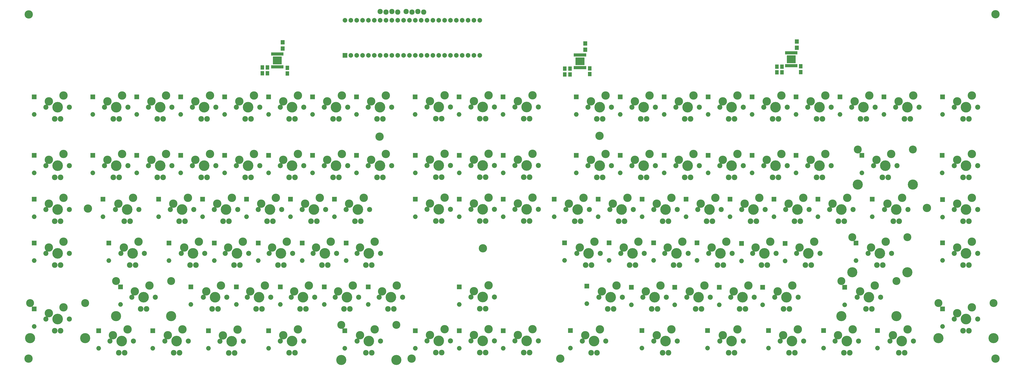
<source format=gbr>
G04 #@! TF.FileFunction,Soldermask,Bot*
%FSLAX46Y46*%
G04 Gerber Fmt 4.6, Leading zero omitted, Abs format (unit mm)*
G04 Created by KiCad (PCBNEW 4.0.5) date 10/20/18 10:38:25*
%MOMM*%
%LPD*%
G01*
G04 APERTURE LIST*
%ADD10C,0.100000*%
%ADD11C,3.600000*%
%ADD12R,1.650000X1.900000*%
%ADD13R,1.700000X1.900000*%
%ADD14R,2.000000X2.000000*%
%ADD15O,2.000000X2.000000*%
%ADD16C,2.000000*%
%ADD17C,2.432000*%
%ADD18C,3.625800*%
%ADD19C,4.600000*%
%ADD20C,2.200000*%
%ADD21R,0.850000X1.450000*%
%ADD22R,1.295000X1.870000*%
%ADD23C,3.448000*%
%ADD24C,4.387800*%
%ADD25C,2.279600*%
G04 APERTURE END LIST*
D10*
D11*
X408559000Y-107315000D03*
X44894500Y-107505500D03*
X266636500Y-75946000D03*
X216090500Y-124841000D03*
X171323000Y-76263500D03*
X249618500Y-172720000D03*
X185166000Y-172720000D03*
X19177000Y-172720000D03*
X438277000Y-172720000D03*
X438277000Y-23114000D03*
D12*
X262382000Y-46629000D03*
X262382000Y-49129000D03*
X251587000Y-46756000D03*
X251587000Y-49256000D03*
X253873000Y-46756000D03*
X253873000Y-49256000D03*
D13*
X260477000Y-38561000D03*
X260477000Y-35861000D03*
D14*
X186690000Y-59055000D03*
D15*
X186690000Y-66675000D03*
D14*
X186791600Y-84404200D03*
D15*
X186791600Y-92024200D03*
D14*
X205841600Y-84404200D03*
D15*
X205841600Y-92024200D03*
D14*
X224790000Y-59055000D03*
D15*
X224790000Y-66675000D03*
D14*
X224891600Y-84404200D03*
D15*
X224891600Y-92024200D03*
D14*
X186791600Y-103454200D03*
D15*
X186791600Y-111074200D03*
D14*
X186791600Y-160604200D03*
D15*
X186791600Y-168224200D03*
D14*
X205841600Y-160604200D03*
D15*
X205841600Y-168224200D03*
D14*
X205740000Y-59055000D03*
D15*
X205740000Y-66675000D03*
D14*
X205841600Y-103454200D03*
D15*
X205841600Y-111074200D03*
D14*
X205841600Y-141554200D03*
D15*
X205841600Y-149174200D03*
D14*
X224891600Y-103454200D03*
D15*
X224891600Y-111074200D03*
D14*
X224891600Y-160604200D03*
D15*
X224891600Y-168224200D03*
D16*
X196977000Y-41021000D03*
X199517000Y-41021000D03*
X202057000Y-41021000D03*
X204597000Y-41021000D03*
X194437000Y-41021000D03*
X191897000Y-41021000D03*
X189357000Y-41021000D03*
X207137000Y-41021000D03*
X209677000Y-41021000D03*
X212217000Y-41021000D03*
X214757000Y-41021000D03*
X214757000Y-25781000D03*
X212217000Y-25781000D03*
X209677000Y-25781000D03*
X207137000Y-25781000D03*
X204597000Y-25781000D03*
X202057000Y-25781000D03*
X199517000Y-25781000D03*
X196977000Y-25781000D03*
X186817000Y-41021000D03*
X184277000Y-41021000D03*
X181737000Y-41021000D03*
X179197000Y-41021000D03*
X176657000Y-41021000D03*
X174117000Y-41021000D03*
X171577000Y-41021000D03*
X169037000Y-41021000D03*
X166497000Y-41021000D03*
X163957000Y-41021000D03*
X161417000Y-41021000D03*
X158877000Y-41021000D03*
D14*
X156337000Y-41021000D03*
D16*
X194437000Y-25781000D03*
X191897000Y-25781000D03*
X189357000Y-25781000D03*
X186817000Y-25781000D03*
X184277000Y-25781000D03*
X181737000Y-25781000D03*
X179197000Y-25781000D03*
X176657000Y-25781000D03*
X174117000Y-25781000D03*
X171577000Y-25781000D03*
X169037000Y-25781000D03*
X166497000Y-25781000D03*
X163957000Y-25781000D03*
X161417000Y-25781000D03*
X158877000Y-25781000D03*
X156337000Y-25781000D03*
D17*
X195681600Y-68529200D03*
X198221600Y-68529200D03*
D18*
X193141600Y-60909200D03*
X199491600Y-58369200D03*
D19*
X196951600Y-63449200D03*
D20*
X202031600Y-63449200D03*
X191871600Y-63449200D03*
D17*
X195681600Y-93929200D03*
X198221600Y-93929200D03*
D18*
X193141600Y-86309200D03*
X199491600Y-83769200D03*
D19*
X196951600Y-88849200D03*
D20*
X202031600Y-88849200D03*
X191871600Y-88849200D03*
D17*
X214731600Y-93929200D03*
X217271600Y-93929200D03*
D18*
X212191600Y-86309200D03*
X218541600Y-83769200D03*
D19*
X216001600Y-88849200D03*
D20*
X221081600Y-88849200D03*
X210921600Y-88849200D03*
D17*
X233781600Y-68529200D03*
X236321600Y-68529200D03*
D18*
X231241600Y-60909200D03*
X237591600Y-58369200D03*
D19*
X235051600Y-63449200D03*
D20*
X240131600Y-63449200D03*
X229971600Y-63449200D03*
D17*
X233781600Y-93929200D03*
X236321600Y-93929200D03*
D18*
X231241600Y-86309200D03*
X237591600Y-83769200D03*
D19*
X235051600Y-88849200D03*
D20*
X240131600Y-88849200D03*
X229971600Y-88849200D03*
D17*
X195681600Y-112979200D03*
X198221600Y-112979200D03*
D18*
X193141600Y-105359200D03*
X199491600Y-102819200D03*
D19*
X196951600Y-107899200D03*
D20*
X202031600Y-107899200D03*
X191871600Y-107899200D03*
D17*
X195681600Y-170129200D03*
X198221600Y-170129200D03*
D18*
X193141600Y-162509200D03*
X199491600Y-159969200D03*
D19*
X196951600Y-165049200D03*
D20*
X202031600Y-165049200D03*
X191871600Y-165049200D03*
D17*
X214731600Y-170129200D03*
X217271600Y-170129200D03*
D18*
X212191600Y-162509200D03*
X218541600Y-159969200D03*
D19*
X216001600Y-165049200D03*
D20*
X221081600Y-165049200D03*
X210921600Y-165049200D03*
D17*
X214731600Y-68529200D03*
X217271600Y-68529200D03*
D18*
X212191600Y-60909200D03*
X218541600Y-58369200D03*
D19*
X216001600Y-63449200D03*
D20*
X221081600Y-63449200D03*
X210921600Y-63449200D03*
D17*
X214731600Y-112979200D03*
X217271600Y-112979200D03*
D18*
X212191600Y-105359200D03*
X218541600Y-102819200D03*
D19*
X216001600Y-107899200D03*
D20*
X221081600Y-107899200D03*
X210921600Y-107899200D03*
D17*
X214731600Y-151079200D03*
X217271600Y-151079200D03*
D18*
X212191600Y-143459200D03*
X218541600Y-140919200D03*
D19*
X216001600Y-145999200D03*
D20*
X221081600Y-145999200D03*
X210921600Y-145999200D03*
D17*
X233781600Y-112979200D03*
X236321600Y-112979200D03*
D18*
X231241600Y-105359200D03*
X237591600Y-102819200D03*
D19*
X235051600Y-107899200D03*
D20*
X240131600Y-107899200D03*
X229971600Y-107899200D03*
D17*
X233781600Y-170129200D03*
X236321600Y-170129200D03*
D18*
X231241600Y-162509200D03*
X237591600Y-159969200D03*
D19*
X235051600Y-165049200D03*
D20*
X240131600Y-165049200D03*
X229971600Y-165049200D03*
D12*
X131318000Y-46375000D03*
X131318000Y-48875000D03*
X122682000Y-46248000D03*
X122682000Y-48748000D03*
X120523000Y-46248000D03*
X120523000Y-48748000D03*
D14*
X21590000Y-59055000D03*
D15*
X21590000Y-66675000D03*
D14*
X21590000Y-84455000D03*
D15*
X21590000Y-92075000D03*
D14*
X21590000Y-103505000D03*
D15*
X21590000Y-111125000D03*
D14*
X21590000Y-122555000D03*
D15*
X21590000Y-130175000D03*
D14*
X21590000Y-151130000D03*
D15*
X21590000Y-158750000D03*
D14*
X53975000Y-122555000D03*
D15*
X53975000Y-130175000D03*
D14*
X59055000Y-141605000D03*
D15*
X59055000Y-149225000D03*
D14*
X46990000Y-59055000D03*
D15*
X46990000Y-66675000D03*
D14*
X46990000Y-84455000D03*
D15*
X46990000Y-92075000D03*
D14*
X51435000Y-103505000D03*
D15*
X51435000Y-111125000D03*
D14*
X49530000Y-160655000D03*
D15*
X49530000Y-168275000D03*
D14*
X66040000Y-59055000D03*
D15*
X66040000Y-66675000D03*
D14*
X66040000Y-84455000D03*
D15*
X66040000Y-92075000D03*
D14*
X80010000Y-122555000D03*
D15*
X80010000Y-130175000D03*
D14*
X89535000Y-141605000D03*
D15*
X89535000Y-149225000D03*
D14*
X73025000Y-160655000D03*
D15*
X73025000Y-168275000D03*
D14*
X85090000Y-59055000D03*
D15*
X85090000Y-66675000D03*
D14*
X85090000Y-84455000D03*
D15*
X85090000Y-92075000D03*
D14*
X75565000Y-103505000D03*
D15*
X75565000Y-111125000D03*
D14*
X97155000Y-160655000D03*
D15*
X97155000Y-168275000D03*
D14*
X104140000Y-59055000D03*
D15*
X104140000Y-66675000D03*
D14*
X104140000Y-84455000D03*
D15*
X104140000Y-92075000D03*
D14*
X94615000Y-103505000D03*
D15*
X94615000Y-111125000D03*
D14*
X99695000Y-122555000D03*
D15*
X99695000Y-130175000D03*
D14*
X109220000Y-141605000D03*
D15*
X109220000Y-149225000D03*
D14*
X123190000Y-59055000D03*
D15*
X123190000Y-66675000D03*
D14*
X123190000Y-84455000D03*
D15*
X123190000Y-92075000D03*
D14*
X113665000Y-103505000D03*
D15*
X113665000Y-111125000D03*
D14*
X118745000Y-122555000D03*
D15*
X118745000Y-130175000D03*
D14*
X128270000Y-141605000D03*
D15*
X128270000Y-149225000D03*
D14*
X123190000Y-160655000D03*
D15*
X123190000Y-168275000D03*
D14*
X142240000Y-84455000D03*
D15*
X142240000Y-92075000D03*
D14*
X142240000Y-59055000D03*
D15*
X142240000Y-66675000D03*
D14*
X132715000Y-103505000D03*
D15*
X132715000Y-111125000D03*
D14*
X137795000Y-122555000D03*
D15*
X137795000Y-130175000D03*
D14*
X147320000Y-141605000D03*
D15*
X147320000Y-149225000D03*
D14*
X161290000Y-59055000D03*
D15*
X161290000Y-66675000D03*
D14*
X161290000Y-84455000D03*
D15*
X161290000Y-92075000D03*
D14*
X151765000Y-103505000D03*
D15*
X151765000Y-111125000D03*
D14*
X156845000Y-122555000D03*
D15*
X156845000Y-130175000D03*
D14*
X166370000Y-141605000D03*
D15*
X166370000Y-149225000D03*
D14*
X156210000Y-160655000D03*
D15*
X156210000Y-168275000D03*
D13*
X129286000Y-38053000D03*
X129286000Y-35353000D03*
D17*
X30480000Y-68580000D03*
X33020000Y-68580000D03*
D18*
X27940000Y-60960000D03*
X34290000Y-58420000D03*
D19*
X31750000Y-63500000D03*
D20*
X36830000Y-63500000D03*
X26670000Y-63500000D03*
D17*
X30480000Y-93980000D03*
X33020000Y-93980000D03*
D18*
X27940000Y-86360000D03*
X34290000Y-83820000D03*
D19*
X31750000Y-88900000D03*
D20*
X36830000Y-88900000D03*
X26670000Y-88900000D03*
D17*
X30480000Y-113030000D03*
X33020000Y-113030000D03*
D18*
X27940000Y-105410000D03*
X34290000Y-102870000D03*
D19*
X31750000Y-107950000D03*
D20*
X36830000Y-107950000D03*
X26670000Y-107950000D03*
D17*
X30480000Y-132080000D03*
X33020000Y-132080000D03*
D18*
X27940000Y-124460000D03*
X34290000Y-121920000D03*
D19*
X31750000Y-127000000D03*
D20*
X36830000Y-127000000D03*
X26670000Y-127000000D03*
D17*
X63023750Y-132080000D03*
X65563750Y-132080000D03*
D18*
X60483750Y-124460000D03*
X66833750Y-121920000D03*
D19*
X64293750Y-127000000D03*
D20*
X69373750Y-127000000D03*
X59213750Y-127000000D03*
D17*
X55880000Y-68580000D03*
X58420000Y-68580000D03*
D18*
X53340000Y-60960000D03*
X59690000Y-58420000D03*
D19*
X57150000Y-63500000D03*
D20*
X62230000Y-63500000D03*
X52070000Y-63500000D03*
D17*
X55880000Y-93980000D03*
X58420000Y-93980000D03*
D18*
X53340000Y-86360000D03*
X59690000Y-83820000D03*
D19*
X57150000Y-88900000D03*
D20*
X62230000Y-88900000D03*
X52070000Y-88900000D03*
D17*
X60642500Y-113030000D03*
X63182500Y-113030000D03*
D18*
X58102500Y-105410000D03*
X64452500Y-102870000D03*
D19*
X61912500Y-107950000D03*
D20*
X66992500Y-107950000D03*
X56832500Y-107950000D03*
D17*
X58261250Y-170180000D03*
X60801250Y-170180000D03*
D18*
X55721250Y-162560000D03*
X62071250Y-160020000D03*
D19*
X59531250Y-165100000D03*
D20*
X64611250Y-165100000D03*
X54451250Y-165100000D03*
D17*
X74930000Y-68580000D03*
X77470000Y-68580000D03*
D18*
X72390000Y-60960000D03*
X78740000Y-58420000D03*
D19*
X76200000Y-63500000D03*
D20*
X81280000Y-63500000D03*
X71120000Y-63500000D03*
D17*
X74930000Y-93980000D03*
X77470000Y-93980000D03*
D18*
X72390000Y-86360000D03*
X78740000Y-83820000D03*
D19*
X76200000Y-88900000D03*
D20*
X81280000Y-88900000D03*
X71120000Y-88900000D03*
D17*
X89217500Y-132080000D03*
X91757500Y-132080000D03*
D18*
X86677500Y-124460000D03*
X93027500Y-121920000D03*
D19*
X90487500Y-127000000D03*
D20*
X95567500Y-127000000D03*
X85407500Y-127000000D03*
D17*
X98742500Y-151130000D03*
X101282500Y-151130000D03*
D18*
X96202500Y-143510000D03*
X102552500Y-140970000D03*
D19*
X100012500Y-146050000D03*
D20*
X105092500Y-146050000D03*
X94932500Y-146050000D03*
D17*
X82073750Y-170180000D03*
X84613750Y-170180000D03*
D18*
X79533750Y-162560000D03*
X85883750Y-160020000D03*
D19*
X83343750Y-165100000D03*
D20*
X88423750Y-165100000D03*
X78263750Y-165100000D03*
D17*
X93980000Y-68580000D03*
X96520000Y-68580000D03*
D18*
X91440000Y-60960000D03*
X97790000Y-58420000D03*
D19*
X95250000Y-63500000D03*
D20*
X100330000Y-63500000D03*
X90170000Y-63500000D03*
D17*
X93980000Y-93980000D03*
X96520000Y-93980000D03*
D18*
X91440000Y-86360000D03*
X97790000Y-83820000D03*
D19*
X95250000Y-88900000D03*
D20*
X100330000Y-88900000D03*
X90170000Y-88900000D03*
D17*
X84455000Y-113030000D03*
X86995000Y-113030000D03*
D18*
X81915000Y-105410000D03*
X88265000Y-102870000D03*
D19*
X85725000Y-107950000D03*
D20*
X90805000Y-107950000D03*
X80645000Y-107950000D03*
D17*
X105918000Y-170307000D03*
X108458000Y-170307000D03*
D18*
X103378000Y-162687000D03*
X109728000Y-160147000D03*
D19*
X107188000Y-165227000D03*
D20*
X112268000Y-165227000D03*
X102108000Y-165227000D03*
D17*
X113030000Y-68580000D03*
X115570000Y-68580000D03*
D18*
X110490000Y-60960000D03*
X116840000Y-58420000D03*
D19*
X114300000Y-63500000D03*
D20*
X119380000Y-63500000D03*
X109220000Y-63500000D03*
D17*
X113030000Y-93980000D03*
X115570000Y-93980000D03*
D18*
X110490000Y-86360000D03*
X116840000Y-83820000D03*
D19*
X114300000Y-88900000D03*
D20*
X119380000Y-88900000D03*
X109220000Y-88900000D03*
D17*
X103505000Y-113030000D03*
X106045000Y-113030000D03*
D18*
X100965000Y-105410000D03*
X107315000Y-102870000D03*
D19*
X104775000Y-107950000D03*
D20*
X109855000Y-107950000D03*
X99695000Y-107950000D03*
D17*
X108267500Y-132080000D03*
X110807500Y-132080000D03*
D18*
X105727500Y-124460000D03*
X112077500Y-121920000D03*
D19*
X109537500Y-127000000D03*
D20*
X114617500Y-127000000D03*
X104457500Y-127000000D03*
D17*
X117792500Y-151130000D03*
X120332500Y-151130000D03*
D18*
X115252500Y-143510000D03*
X121602500Y-140970000D03*
D19*
X119062500Y-146050000D03*
D20*
X124142500Y-146050000D03*
X113982500Y-146050000D03*
D17*
X132080000Y-68580000D03*
X134620000Y-68580000D03*
D18*
X129540000Y-60960000D03*
X135890000Y-58420000D03*
D19*
X133350000Y-63500000D03*
D20*
X138430000Y-63500000D03*
X128270000Y-63500000D03*
D17*
X132080000Y-93980000D03*
X134620000Y-93980000D03*
D18*
X129540000Y-86360000D03*
X135890000Y-83820000D03*
D19*
X133350000Y-88900000D03*
D20*
X138430000Y-88900000D03*
X128270000Y-88900000D03*
D17*
X122555000Y-113030000D03*
X125095000Y-113030000D03*
D18*
X120015000Y-105410000D03*
X126365000Y-102870000D03*
D19*
X123825000Y-107950000D03*
D20*
X128905000Y-107950000D03*
X118745000Y-107950000D03*
D17*
X127317500Y-132080000D03*
X129857500Y-132080000D03*
D18*
X124777500Y-124460000D03*
X131127500Y-121920000D03*
D19*
X128587500Y-127000000D03*
D20*
X133667500Y-127000000D03*
X123507500Y-127000000D03*
D17*
X136842500Y-151130000D03*
X139382500Y-151130000D03*
D18*
X134302500Y-143510000D03*
X140652500Y-140970000D03*
D19*
X138112500Y-146050000D03*
D20*
X143192500Y-146050000D03*
X133032500Y-146050000D03*
D17*
X132080000Y-170180000D03*
X134620000Y-170180000D03*
D18*
X129540000Y-162560000D03*
X135890000Y-160020000D03*
D19*
X133350000Y-165100000D03*
D20*
X138430000Y-165100000D03*
X128270000Y-165100000D03*
D17*
X151130000Y-93980000D03*
X153670000Y-93980000D03*
D18*
X148590000Y-86360000D03*
X154940000Y-83820000D03*
D19*
X152400000Y-88900000D03*
D20*
X157480000Y-88900000D03*
X147320000Y-88900000D03*
D17*
X151130000Y-68580000D03*
X153670000Y-68580000D03*
D18*
X148590000Y-60960000D03*
X154940000Y-58420000D03*
D19*
X152400000Y-63500000D03*
D20*
X157480000Y-63500000D03*
X147320000Y-63500000D03*
D17*
X141605000Y-113030000D03*
X144145000Y-113030000D03*
D18*
X139065000Y-105410000D03*
X145415000Y-102870000D03*
D19*
X142875000Y-107950000D03*
D20*
X147955000Y-107950000D03*
X137795000Y-107950000D03*
D17*
X146367500Y-132080000D03*
X148907500Y-132080000D03*
D18*
X143827500Y-124460000D03*
X150177500Y-121920000D03*
D19*
X147637500Y-127000000D03*
D20*
X152717500Y-127000000D03*
X142557500Y-127000000D03*
D17*
X155892500Y-151130000D03*
X158432500Y-151130000D03*
D18*
X153352500Y-143510000D03*
X159702500Y-140970000D03*
D19*
X157162500Y-146050000D03*
D20*
X162242500Y-146050000D03*
X152082500Y-146050000D03*
D17*
X170180000Y-68580000D03*
X172720000Y-68580000D03*
D18*
X167640000Y-60960000D03*
X173990000Y-58420000D03*
D19*
X171450000Y-63500000D03*
D20*
X176530000Y-63500000D03*
X166370000Y-63500000D03*
D17*
X170180000Y-93980000D03*
X172720000Y-93980000D03*
D18*
X167640000Y-86360000D03*
X173990000Y-83820000D03*
D19*
X171450000Y-88900000D03*
D20*
X176530000Y-88900000D03*
X166370000Y-88900000D03*
D17*
X160655000Y-113030000D03*
X163195000Y-113030000D03*
D18*
X158115000Y-105410000D03*
X164465000Y-102870000D03*
D19*
X161925000Y-107950000D03*
D20*
X167005000Y-107950000D03*
X156845000Y-107950000D03*
D17*
X165417500Y-132080000D03*
X167957500Y-132080000D03*
D18*
X162877500Y-124460000D03*
X169227500Y-121920000D03*
D19*
X166687500Y-127000000D03*
D20*
X171767500Y-127000000D03*
X161607500Y-127000000D03*
D17*
X174942500Y-151130000D03*
X177482500Y-151130000D03*
D18*
X172402500Y-143510000D03*
X178752500Y-140970000D03*
D19*
X176212500Y-146050000D03*
D20*
X181292500Y-146050000D03*
X171132500Y-146050000D03*
D21*
X255916000Y-40786000D03*
X256566000Y-40786000D03*
X257216000Y-40786000D03*
X257866000Y-40786000D03*
X258516000Y-40786000D03*
X259166000Y-40786000D03*
X259816000Y-40786000D03*
X260466000Y-40786000D03*
X260466000Y-46336000D03*
X259816000Y-46336000D03*
X259166000Y-46336000D03*
X258516000Y-46336000D03*
X257866000Y-46336000D03*
X257216000Y-46336000D03*
X256566000Y-46336000D03*
X255916000Y-46336000D03*
D22*
X259533500Y-44296000D03*
X258638500Y-44296000D03*
X257743500Y-44296000D03*
X256848500Y-44296000D03*
X259533500Y-42826000D03*
X258638500Y-42826000D03*
X257743500Y-42826000D03*
X256848500Y-42826000D03*
D21*
X124725000Y-40405000D03*
X125375000Y-40405000D03*
X126025000Y-40405000D03*
X126675000Y-40405000D03*
X127325000Y-40405000D03*
X127975000Y-40405000D03*
X128625000Y-40405000D03*
X129275000Y-40405000D03*
X129275000Y-45955000D03*
X128625000Y-45955000D03*
X127975000Y-45955000D03*
X127325000Y-45955000D03*
X126675000Y-45955000D03*
X126025000Y-45955000D03*
X125375000Y-45955000D03*
X124725000Y-45955000D03*
D22*
X128342500Y-43915000D03*
X127447500Y-43915000D03*
X126552500Y-43915000D03*
X125657500Y-43915000D03*
X128342500Y-42445000D03*
X127447500Y-42445000D03*
X126552500Y-42445000D03*
X125657500Y-42445000D03*
D12*
X353822000Y-45740000D03*
X353822000Y-48240000D03*
X345694000Y-45867000D03*
X345694000Y-48367000D03*
X343535000Y-45867000D03*
X343535000Y-48367000D03*
D14*
X256540000Y-59055000D03*
D15*
X256540000Y-66675000D03*
D14*
X256540000Y-84455000D03*
D15*
X256540000Y-92075000D03*
D14*
X247015000Y-103505000D03*
D15*
X247015000Y-111125000D03*
D14*
X251460000Y-122428000D03*
D15*
X251460000Y-130048000D03*
D14*
X261112000Y-141224000D03*
D15*
X261112000Y-148844000D03*
D14*
X254000000Y-160528000D03*
D15*
X254000000Y-168148000D03*
D14*
X275590000Y-59055000D03*
D15*
X275590000Y-66675000D03*
D14*
X275590000Y-84455000D03*
D15*
X275590000Y-92075000D03*
D14*
X266065000Y-103505000D03*
D15*
X266065000Y-111125000D03*
D14*
X270764000Y-122428000D03*
D15*
X270764000Y-130048000D03*
D14*
X280416000Y-141732000D03*
D15*
X280416000Y-149352000D03*
D14*
X294640000Y-59055000D03*
D15*
X294640000Y-66675000D03*
D14*
X294640000Y-84455000D03*
D15*
X294640000Y-92075000D03*
D14*
X285115000Y-103505000D03*
D15*
X285115000Y-111125000D03*
D14*
X290068000Y-122428000D03*
D15*
X290068000Y-130048000D03*
D14*
X299212000Y-141732000D03*
D15*
X299212000Y-149352000D03*
D14*
X284988000Y-160528000D03*
D15*
X284988000Y-168148000D03*
D14*
X313436000Y-160528000D03*
D15*
X313436000Y-168148000D03*
D14*
X313690000Y-59055000D03*
D15*
X313690000Y-66675000D03*
D14*
X313690000Y-84455000D03*
D15*
X313690000Y-92075000D03*
D14*
X304165000Y-103505000D03*
D15*
X304165000Y-111125000D03*
D14*
X308864000Y-122428000D03*
D15*
X308864000Y-130048000D03*
D14*
X318516000Y-141732000D03*
D15*
X318516000Y-149352000D03*
D14*
X332740000Y-59055000D03*
D15*
X332740000Y-66675000D03*
D14*
X332740000Y-84455000D03*
D15*
X332740000Y-92075000D03*
D14*
X323215000Y-103505000D03*
D15*
X323215000Y-111125000D03*
D14*
X328168000Y-122682000D03*
D15*
X328168000Y-130302000D03*
D14*
X337312000Y-141732000D03*
D15*
X337312000Y-149352000D03*
D14*
X339852000Y-160528000D03*
D15*
X339852000Y-168148000D03*
D14*
X351790000Y-59055000D03*
D15*
X351790000Y-66675000D03*
D14*
X351790000Y-84455000D03*
D15*
X351790000Y-92075000D03*
D14*
X342265000Y-103505000D03*
D15*
X342265000Y-111125000D03*
D14*
X347091000Y-122682000D03*
D15*
X347091000Y-130302000D03*
D14*
X372872000Y-141732000D03*
D15*
X372872000Y-149352000D03*
D14*
X370840000Y-59055000D03*
D15*
X370840000Y-66675000D03*
D14*
X361315000Y-103505000D03*
D15*
X361315000Y-111125000D03*
D14*
X363728000Y-160528000D03*
D15*
X363728000Y-168148000D03*
D14*
X389890000Y-59055000D03*
D15*
X389890000Y-66675000D03*
D14*
X380365000Y-84455000D03*
D15*
X380365000Y-92075000D03*
D14*
X384810000Y-103505000D03*
D15*
X384810000Y-111125000D03*
D14*
X377825000Y-122555000D03*
D15*
X377825000Y-130175000D03*
D14*
X387096000Y-160528000D03*
D15*
X387096000Y-168148000D03*
D14*
X415290000Y-122428000D03*
D15*
X415290000Y-130048000D03*
D14*
X415290000Y-151130000D03*
D15*
X415290000Y-158750000D03*
D14*
X415290000Y-59055000D03*
D15*
X415290000Y-66675000D03*
D14*
X415163000Y-84455000D03*
D15*
X415163000Y-92075000D03*
D14*
X415290000Y-103632000D03*
D15*
X415290000Y-111252000D03*
D13*
X352171000Y-37672000D03*
X352171000Y-34972000D03*
D17*
X265430000Y-68580000D03*
X267970000Y-68580000D03*
D18*
X262890000Y-60960000D03*
X269240000Y-58420000D03*
D19*
X266700000Y-63500000D03*
D20*
X271780000Y-63500000D03*
X261620000Y-63500000D03*
D17*
X265430000Y-93980000D03*
X267970000Y-93980000D03*
D18*
X262890000Y-86360000D03*
X269240000Y-83820000D03*
D19*
X266700000Y-88900000D03*
D20*
X271780000Y-88900000D03*
X261620000Y-88900000D03*
D17*
X255905000Y-113030000D03*
X258445000Y-113030000D03*
D18*
X253365000Y-105410000D03*
X259715000Y-102870000D03*
D19*
X257175000Y-107950000D03*
D20*
X262255000Y-107950000D03*
X252095000Y-107950000D03*
D17*
X260667500Y-132080000D03*
X263207500Y-132080000D03*
D18*
X258127500Y-124460000D03*
X264477500Y-121920000D03*
D19*
X261937500Y-127000000D03*
D20*
X267017500Y-127000000D03*
X256857500Y-127000000D03*
D17*
X270192500Y-151130000D03*
X272732500Y-151130000D03*
D18*
X267652500Y-143510000D03*
X274002500Y-140970000D03*
D19*
X271462500Y-146050000D03*
D20*
X276542500Y-146050000D03*
X266382500Y-146050000D03*
D17*
X263048750Y-170180000D03*
X265588750Y-170180000D03*
D18*
X260508750Y-162560000D03*
X266858750Y-160020000D03*
D19*
X264318750Y-165100000D03*
D20*
X269398750Y-165100000D03*
X259238750Y-165100000D03*
D17*
X284480000Y-68580000D03*
X287020000Y-68580000D03*
D18*
X281940000Y-60960000D03*
X288290000Y-58420000D03*
D19*
X285750000Y-63500000D03*
D20*
X290830000Y-63500000D03*
X280670000Y-63500000D03*
D17*
X284480000Y-93980000D03*
X287020000Y-93980000D03*
D18*
X281940000Y-86360000D03*
X288290000Y-83820000D03*
D19*
X285750000Y-88900000D03*
D20*
X290830000Y-88900000D03*
X280670000Y-88900000D03*
D17*
X274955000Y-113030000D03*
X277495000Y-113030000D03*
D18*
X272415000Y-105410000D03*
X278765000Y-102870000D03*
D19*
X276225000Y-107950000D03*
D20*
X281305000Y-107950000D03*
X271145000Y-107950000D03*
D17*
X279717500Y-132080000D03*
X282257500Y-132080000D03*
D18*
X277177500Y-124460000D03*
X283527500Y-121920000D03*
D19*
X280987500Y-127000000D03*
D20*
X286067500Y-127000000D03*
X275907500Y-127000000D03*
D17*
X289242500Y-151130000D03*
X291782500Y-151130000D03*
D18*
X286702500Y-143510000D03*
X293052500Y-140970000D03*
D19*
X290512500Y-146050000D03*
D20*
X295592500Y-146050000D03*
X285432500Y-146050000D03*
D17*
X303530000Y-68580000D03*
X306070000Y-68580000D03*
D18*
X300990000Y-60960000D03*
X307340000Y-58420000D03*
D19*
X304800000Y-63500000D03*
D20*
X309880000Y-63500000D03*
X299720000Y-63500000D03*
D17*
X303530000Y-93980000D03*
X306070000Y-93980000D03*
D18*
X300990000Y-86360000D03*
X307340000Y-83820000D03*
D19*
X304800000Y-88900000D03*
D20*
X309880000Y-88900000D03*
X299720000Y-88900000D03*
D17*
X294005000Y-113030000D03*
X296545000Y-113030000D03*
D18*
X291465000Y-105410000D03*
X297815000Y-102870000D03*
D19*
X295275000Y-107950000D03*
D20*
X300355000Y-107950000D03*
X290195000Y-107950000D03*
D17*
X298767500Y-132080000D03*
X301307500Y-132080000D03*
D18*
X296227500Y-124460000D03*
X302577500Y-121920000D03*
D19*
X300037500Y-127000000D03*
D20*
X305117500Y-127000000D03*
X294957500Y-127000000D03*
D17*
X308292500Y-151130000D03*
X310832500Y-151130000D03*
D18*
X305752500Y-143510000D03*
X312102500Y-140970000D03*
D19*
X309562500Y-146050000D03*
D20*
X314642500Y-146050000D03*
X304482500Y-146050000D03*
D17*
X294005000Y-170180000D03*
X296545000Y-170180000D03*
D18*
X291465000Y-162560000D03*
X297815000Y-160020000D03*
D19*
X295275000Y-165100000D03*
D20*
X300355000Y-165100000D03*
X290195000Y-165100000D03*
D17*
X322580000Y-170180000D03*
X325120000Y-170180000D03*
D18*
X320040000Y-162560000D03*
X326390000Y-160020000D03*
D19*
X323850000Y-165100000D03*
D20*
X328930000Y-165100000D03*
X318770000Y-165100000D03*
D17*
X322580000Y-68580000D03*
X325120000Y-68580000D03*
D18*
X320040000Y-60960000D03*
X326390000Y-58420000D03*
D19*
X323850000Y-63500000D03*
D20*
X328930000Y-63500000D03*
X318770000Y-63500000D03*
D17*
X322580000Y-93980000D03*
X325120000Y-93980000D03*
D18*
X320040000Y-86360000D03*
X326390000Y-83820000D03*
D19*
X323850000Y-88900000D03*
D20*
X328930000Y-88900000D03*
X318770000Y-88900000D03*
D17*
X313055000Y-113030000D03*
X315595000Y-113030000D03*
D18*
X310515000Y-105410000D03*
X316865000Y-102870000D03*
D19*
X314325000Y-107950000D03*
D20*
X319405000Y-107950000D03*
X309245000Y-107950000D03*
D17*
X317817500Y-132080000D03*
X320357500Y-132080000D03*
D18*
X315277500Y-124460000D03*
X321627500Y-121920000D03*
D19*
X319087500Y-127000000D03*
D20*
X324167500Y-127000000D03*
X314007500Y-127000000D03*
D17*
X327342500Y-151130000D03*
X329882500Y-151130000D03*
D18*
X324802500Y-143510000D03*
X331152500Y-140970000D03*
D19*
X328612500Y-146050000D03*
D20*
X333692500Y-146050000D03*
X323532500Y-146050000D03*
D17*
X341630000Y-68580000D03*
X344170000Y-68580000D03*
D18*
X339090000Y-60960000D03*
X345440000Y-58420000D03*
D19*
X342900000Y-63500000D03*
D20*
X347980000Y-63500000D03*
X337820000Y-63500000D03*
D17*
X341630000Y-93980000D03*
X344170000Y-93980000D03*
D18*
X339090000Y-86360000D03*
X345440000Y-83820000D03*
D19*
X342900000Y-88900000D03*
D20*
X347980000Y-88900000D03*
X337820000Y-88900000D03*
D17*
X332105000Y-113030000D03*
X334645000Y-113030000D03*
D18*
X329565000Y-105410000D03*
X335915000Y-102870000D03*
D19*
X333375000Y-107950000D03*
D20*
X338455000Y-107950000D03*
X328295000Y-107950000D03*
D17*
X336867500Y-132080000D03*
X339407500Y-132080000D03*
D18*
X334327500Y-124460000D03*
X340677500Y-121920000D03*
D19*
X338137500Y-127000000D03*
D20*
X343217500Y-127000000D03*
X333057500Y-127000000D03*
D17*
X346392500Y-151130000D03*
X348932500Y-151130000D03*
D18*
X343852500Y-143510000D03*
X350202500Y-140970000D03*
D19*
X347662500Y-146050000D03*
D20*
X352742500Y-146050000D03*
X342582500Y-146050000D03*
D17*
X348773750Y-170180000D03*
X351313750Y-170180000D03*
D18*
X346233750Y-162560000D03*
X352583750Y-160020000D03*
D19*
X350043750Y-165100000D03*
D20*
X355123750Y-165100000D03*
X344963750Y-165100000D03*
D17*
X360680000Y-68580000D03*
X363220000Y-68580000D03*
D18*
X358140000Y-60960000D03*
X364490000Y-58420000D03*
D19*
X361950000Y-63500000D03*
D20*
X367030000Y-63500000D03*
X356870000Y-63500000D03*
D17*
X360680000Y-93980000D03*
X363220000Y-93980000D03*
D18*
X358140000Y-86360000D03*
X364490000Y-83820000D03*
D19*
X361950000Y-88900000D03*
D20*
X367030000Y-88900000D03*
X356870000Y-88900000D03*
D17*
X351155000Y-113030000D03*
X353695000Y-113030000D03*
D18*
X348615000Y-105410000D03*
X354965000Y-102870000D03*
D19*
X352425000Y-107950000D03*
D20*
X357505000Y-107950000D03*
X347345000Y-107950000D03*
D17*
X355917500Y-132080000D03*
X358457500Y-132080000D03*
D18*
X353377500Y-124460000D03*
X359727500Y-121920000D03*
D19*
X357187500Y-127000000D03*
D20*
X362267500Y-127000000D03*
X352107500Y-127000000D03*
D17*
X379730000Y-68580000D03*
X382270000Y-68580000D03*
D18*
X377190000Y-60960000D03*
X383540000Y-58420000D03*
D19*
X381000000Y-63500000D03*
D20*
X386080000Y-63500000D03*
X375920000Y-63500000D03*
D17*
X370205000Y-113030000D03*
X372745000Y-113030000D03*
D18*
X367665000Y-105410000D03*
X374015000Y-102870000D03*
D19*
X371475000Y-107950000D03*
D20*
X376555000Y-107950000D03*
X366395000Y-107950000D03*
D17*
X372586250Y-170180000D03*
X375126250Y-170180000D03*
D18*
X370046250Y-162560000D03*
X376396250Y-160020000D03*
D19*
X373856250Y-165100000D03*
D20*
X378936250Y-165100000D03*
X368776250Y-165100000D03*
D17*
X398780000Y-68580000D03*
X401320000Y-68580000D03*
D18*
X396240000Y-60960000D03*
X402590000Y-58420000D03*
D19*
X400050000Y-63500000D03*
D20*
X405130000Y-63500000D03*
X394970000Y-63500000D03*
D17*
X394017500Y-113030000D03*
X396557500Y-113030000D03*
D18*
X391477500Y-105410000D03*
X397827500Y-102870000D03*
D19*
X395287500Y-107950000D03*
D20*
X400367500Y-107950000D03*
X390207500Y-107950000D03*
D17*
X396398750Y-170180000D03*
X398938750Y-170180000D03*
D18*
X393858750Y-162560000D03*
X400208750Y-160020000D03*
D19*
X397668750Y-165100000D03*
D20*
X402748750Y-165100000D03*
X392588750Y-165100000D03*
D17*
X424180000Y-132080000D03*
X426720000Y-132080000D03*
D18*
X421640000Y-124460000D03*
X427990000Y-121920000D03*
D19*
X425450000Y-127000000D03*
D20*
X430530000Y-127000000D03*
X420370000Y-127000000D03*
D17*
X424180000Y-68580000D03*
X426720000Y-68580000D03*
D18*
X421640000Y-60960000D03*
X427990000Y-58420000D03*
D19*
X425450000Y-63500000D03*
D20*
X430530000Y-63500000D03*
X420370000Y-63500000D03*
D17*
X424180000Y-93980000D03*
X426720000Y-93980000D03*
D18*
X421640000Y-86360000D03*
X427990000Y-83820000D03*
D19*
X425450000Y-88900000D03*
D20*
X430530000Y-88900000D03*
X420370000Y-88900000D03*
D17*
X424180000Y-113030000D03*
X426720000Y-113030000D03*
D18*
X421640000Y-105410000D03*
X427990000Y-102870000D03*
D19*
X425450000Y-107950000D03*
D20*
X430530000Y-107950000D03*
X420370000Y-107950000D03*
D21*
X347483000Y-39897000D03*
X348133000Y-39897000D03*
X348783000Y-39897000D03*
X349433000Y-39897000D03*
X350083000Y-39897000D03*
X350733000Y-39897000D03*
X351383000Y-39897000D03*
X352033000Y-39897000D03*
X352033000Y-45447000D03*
X351383000Y-45447000D03*
X350733000Y-45447000D03*
X350083000Y-45447000D03*
X349433000Y-45447000D03*
X348783000Y-45447000D03*
X348133000Y-45447000D03*
X347483000Y-45447000D03*
D22*
X351100500Y-43407000D03*
X350205500Y-43407000D03*
X349310500Y-43407000D03*
X348415500Y-43407000D03*
X351100500Y-41937000D03*
X350205500Y-41937000D03*
X349310500Y-41937000D03*
X348415500Y-41937000D03*
D17*
X30480000Y-160655000D03*
X33020000Y-160655000D03*
D18*
X27940000Y-153035000D03*
X34290000Y-150495000D03*
D19*
X31750000Y-155575000D03*
D20*
X36830000Y-155575000D03*
X26670000Y-155575000D03*
D23*
X19812000Y-148590000D03*
D24*
X19812000Y-163830000D03*
X43688000Y-163830000D03*
D23*
X43688000Y-148590000D03*
D17*
X67786250Y-151130000D03*
X70326250Y-151130000D03*
D18*
X65246250Y-143510000D03*
X71596250Y-140970000D03*
D19*
X69056250Y-146050000D03*
D20*
X74136250Y-146050000D03*
X63976250Y-146050000D03*
D23*
X57118250Y-139065000D03*
D24*
X57118250Y-154305000D03*
X80994250Y-154305000D03*
D23*
X80994250Y-139065000D03*
D17*
X165417500Y-170180000D03*
X167957500Y-170180000D03*
D18*
X162877500Y-162560000D03*
X169227500Y-160020000D03*
D19*
X166687500Y-165100000D03*
D20*
X171767500Y-165100000D03*
X161607500Y-165100000D03*
D23*
X154749500Y-158115000D03*
D24*
X154749500Y-173355000D03*
X178625500Y-173355000D03*
D23*
X178625500Y-158115000D03*
D17*
X382111250Y-151130000D03*
X384651250Y-151130000D03*
D18*
X379571250Y-143510000D03*
X385921250Y-140970000D03*
D19*
X383381250Y-146050000D03*
D20*
X388461250Y-146050000D03*
X378301250Y-146050000D03*
D23*
X371443250Y-139065000D03*
D24*
X371443250Y-154305000D03*
X395319250Y-154305000D03*
D23*
X395319250Y-139065000D03*
D17*
X389255000Y-93980000D03*
X391795000Y-93980000D03*
D18*
X386715000Y-86360000D03*
X393065000Y-83820000D03*
D19*
X390525000Y-88900000D03*
D20*
X395605000Y-88900000D03*
X385445000Y-88900000D03*
D23*
X378587000Y-81915000D03*
D24*
X378587000Y-97155000D03*
X402463000Y-97155000D03*
D23*
X402463000Y-81915000D03*
D17*
X386873750Y-132080000D03*
X389413750Y-132080000D03*
D18*
X384333750Y-124460000D03*
X390683750Y-121920000D03*
D19*
X388143750Y-127000000D03*
D20*
X393223750Y-127000000D03*
X383063750Y-127000000D03*
D23*
X376205750Y-120015000D03*
D24*
X376205750Y-135255000D03*
X400081750Y-135255000D03*
D23*
X400081750Y-120015000D03*
D17*
X424180000Y-160655000D03*
X426720000Y-160655000D03*
D18*
X421640000Y-153035000D03*
X427990000Y-150495000D03*
D19*
X425450000Y-155575000D03*
D20*
X430530000Y-155575000D03*
X420370000Y-155575000D03*
D23*
X413512000Y-148590000D03*
D24*
X413512000Y-163830000D03*
X437388000Y-163830000D03*
D23*
X437388000Y-148590000D03*
D25*
X179197000Y-22225000D03*
X176657000Y-21971000D03*
X174117000Y-22225000D03*
X171577000Y-21971000D03*
X182816500Y-21971000D03*
X185356500Y-22225000D03*
X187896500Y-21971000D03*
X190436500Y-22225000D03*
D11*
X19240500Y-23177500D03*
M02*

</source>
